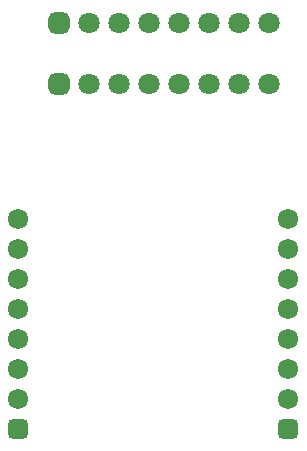
<source format=gbr>
%TF.GenerationSoftware,Altium Limited,Altium Designer,24.1.2 (44)*%
G04 Layer_Color=8388736*
%FSLAX45Y45*%
%MOMM*%
%TF.SameCoordinates,5EC3BBD7-C06D-4BA5-B086-9FF2EE8CE176*%
%TF.FilePolarity,Negative*%
%TF.FileFunction,Soldermask,Top*%
%TF.Part,Single*%
G01*
G75*
%TA.AperFunction,ComponentPad*%
%ADD18C,1.80320*%
G04:AMPARAMS|DCode=19|XSize=1.8032mm|YSize=1.8032mm|CornerRadius=0.5016mm|HoleSize=0mm|Usage=FLASHONLY|Rotation=0.000|XOffset=0mm|YOffset=0mm|HoleType=Round|Shape=RoundedRectangle|*
%AMROUNDEDRECTD19*
21,1,1.80320,0.80000,0,0,0.0*
21,1,0.80000,1.80320,0,0,0.0*
1,1,1.00320,0.40000,-0.40000*
1,1,1.00320,-0.40000,-0.40000*
1,1,1.00320,-0.40000,0.40000*
1,1,1.00320,0.40000,0.40000*
%
%ADD19ROUNDEDRECTD19*%
%ADD20C,1.72320*%
G04:AMPARAMS|DCode=21|XSize=1.7232mm|YSize=1.7232mm|CornerRadius=0.4816mm|HoleSize=0mm|Usage=FLASHONLY|Rotation=90.000|XOffset=0mm|YOffset=0mm|HoleType=Round|Shape=RoundedRectangle|*
%AMROUNDEDRECTD21*
21,1,1.72320,0.76000,0,0,90.0*
21,1,0.76000,1.72320,0,0,90.0*
1,1,0.96320,0.38000,0.38000*
1,1,0.96320,0.38000,-0.38000*
1,1,0.96320,-0.38000,-0.38000*
1,1,0.96320,-0.38000,0.38000*
%
%ADD21ROUNDEDRECTD21*%
D18*
X2222500Y4546600D02*
D03*
X1714500D02*
D03*
X1206500D02*
D03*
X1460500D02*
D03*
X1968500D02*
D03*
X2476500D02*
D03*
X2730500D02*
D03*
X2222500Y4023360D02*
D03*
X1714500D02*
D03*
X1206500D02*
D03*
X1460500D02*
D03*
X1968500D02*
D03*
X2476500D02*
D03*
X2730500D02*
D03*
D19*
X952500Y4546600D02*
D03*
Y4023360D02*
D03*
D20*
X2895600Y2882900D02*
D03*
Y2628900D02*
D03*
Y1612900D02*
D03*
Y1358900D02*
D03*
Y1866900D02*
D03*
Y2120900D02*
D03*
Y2374900D02*
D03*
X609600Y2882900D02*
D03*
Y2628900D02*
D03*
Y1612900D02*
D03*
Y1358900D02*
D03*
Y1866900D02*
D03*
Y2120900D02*
D03*
Y2374900D02*
D03*
D21*
X2895600Y1104900D02*
D03*
X609600D02*
D03*
%TF.MD5,1cf9147f081ab04c9d411d4b90bb18d4*%
M02*

</source>
